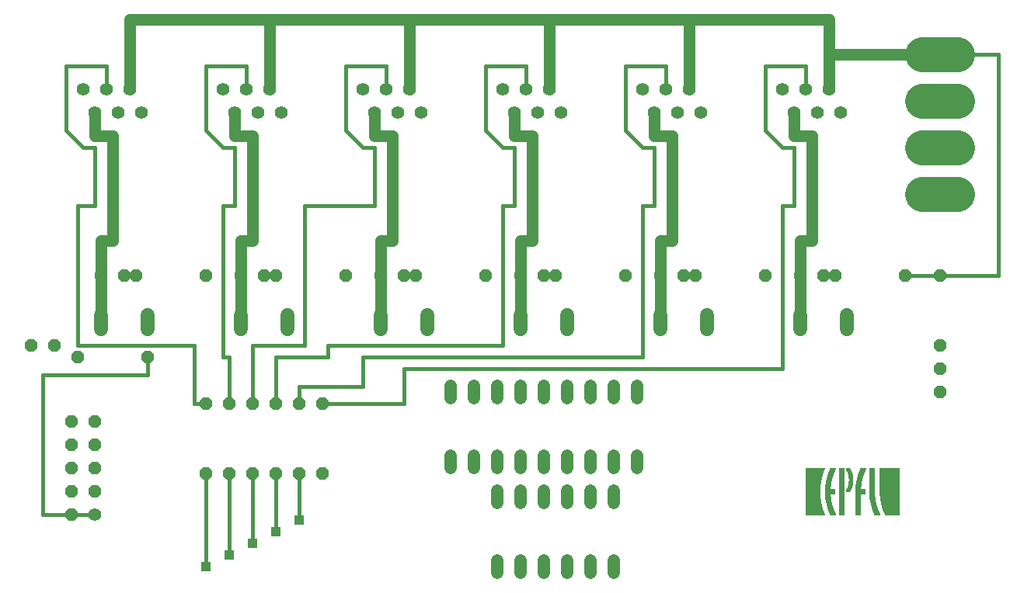
<source format=gtl>
G75*
G70*
%OFA0B0*%
%FSLAX24Y24*%
%IPPOS*%
%LPD*%
%AMOC8*
5,1,8,0,0,1.08239X$1,22.5*
%
%ADD10C,0.0010*%
%ADD11C,0.0554*%
%ADD12C,0.0560*%
%ADD13OC8,0.0560*%
%ADD14C,0.0520*%
%ADD15C,0.1500*%
%ADD16C,0.0600*%
%ADD17OC8,0.0520*%
%ADD18C,0.0160*%
%ADD19C,0.0500*%
%ADD20R,0.0396X0.0396*%
D10*
X035431Y003429D02*
X035431Y005429D01*
X036231Y005429D01*
X036145Y005193D01*
X036083Y004949D01*
X036045Y004701D01*
X036031Y004449D01*
X036031Y004409D01*
X036045Y004158D01*
X036083Y003909D01*
X036145Y003666D01*
X036231Y003429D01*
X035431Y003429D01*
X035431Y003436D02*
X036229Y003436D01*
X036225Y003445D02*
X035431Y003445D01*
X035431Y003453D02*
X036222Y003453D01*
X036219Y003462D02*
X035431Y003462D01*
X035431Y003470D02*
X036216Y003470D01*
X036213Y003479D02*
X035431Y003479D01*
X035431Y003487D02*
X036210Y003487D01*
X036207Y003496D02*
X035431Y003496D01*
X035431Y003505D02*
X036204Y003505D01*
X036201Y003513D02*
X035431Y003513D01*
X035431Y003522D02*
X036197Y003522D01*
X036194Y003530D02*
X035431Y003530D01*
X035431Y003539D02*
X036191Y003539D01*
X036188Y003547D02*
X035431Y003547D01*
X035431Y003556D02*
X036185Y003556D01*
X036182Y003564D02*
X035431Y003564D01*
X035431Y003573D02*
X036179Y003573D01*
X036176Y003581D02*
X035431Y003581D01*
X035431Y003590D02*
X036173Y003590D01*
X036169Y003599D02*
X035431Y003599D01*
X035431Y003607D02*
X036166Y003607D01*
X036163Y003616D02*
X035431Y003616D01*
X035431Y003624D02*
X036160Y003624D01*
X036157Y003633D02*
X035431Y003633D01*
X035431Y003641D02*
X036154Y003641D01*
X036151Y003650D02*
X035431Y003650D01*
X035431Y003658D02*
X036148Y003658D01*
X036145Y003667D02*
X035431Y003667D01*
X035431Y003675D02*
X036143Y003675D01*
X036140Y003684D02*
X035431Y003684D01*
X035431Y003692D02*
X036138Y003692D01*
X036136Y003701D02*
X035431Y003701D01*
X035431Y003710D02*
X036134Y003710D01*
X036132Y003718D02*
X035431Y003718D01*
X035431Y003727D02*
X036129Y003727D01*
X036127Y003735D02*
X035431Y003735D01*
X035431Y003744D02*
X036125Y003744D01*
X036123Y003752D02*
X035431Y003752D01*
X035431Y003761D02*
X036121Y003761D01*
X036119Y003769D02*
X035431Y003769D01*
X035431Y003778D02*
X036116Y003778D01*
X036114Y003786D02*
X035431Y003786D01*
X035431Y003795D02*
X036112Y003795D01*
X036110Y003804D02*
X035431Y003804D01*
X035431Y003812D02*
X036108Y003812D01*
X036105Y003821D02*
X035431Y003821D01*
X035431Y003829D02*
X036103Y003829D01*
X036101Y003838D02*
X035431Y003838D01*
X035431Y003846D02*
X036099Y003846D01*
X036097Y003855D02*
X035431Y003855D01*
X035431Y003863D02*
X036094Y003863D01*
X036092Y003872D02*
X035431Y003872D01*
X035431Y003880D02*
X036090Y003880D01*
X036088Y003889D02*
X035431Y003889D01*
X035431Y003898D02*
X036086Y003898D01*
X036084Y003906D02*
X035431Y003906D01*
X035431Y003915D02*
X036082Y003915D01*
X036081Y003923D02*
X035431Y003923D01*
X035431Y003932D02*
X036079Y003932D01*
X036078Y003940D02*
X035431Y003940D01*
X035431Y003949D02*
X036077Y003949D01*
X036075Y003957D02*
X035431Y003957D01*
X035431Y003966D02*
X036074Y003966D01*
X036073Y003974D02*
X035431Y003974D01*
X035431Y003983D02*
X036071Y003983D01*
X036070Y003991D02*
X035431Y003991D01*
X035431Y004000D02*
X036069Y004000D01*
X036067Y004009D02*
X035431Y004009D01*
X035431Y004017D02*
X036066Y004017D01*
X036065Y004026D02*
X035431Y004026D01*
X035431Y004034D02*
X036064Y004034D01*
X036062Y004043D02*
X035431Y004043D01*
X035431Y004051D02*
X036061Y004051D01*
X036060Y004060D02*
X035431Y004060D01*
X035431Y004068D02*
X036058Y004068D01*
X036057Y004077D02*
X035431Y004077D01*
X035431Y004085D02*
X036056Y004085D01*
X036054Y004094D02*
X035431Y004094D01*
X035431Y004103D02*
X036053Y004103D01*
X036052Y004111D02*
X035431Y004111D01*
X035431Y004120D02*
X036050Y004120D01*
X036049Y004128D02*
X035431Y004128D01*
X035431Y004137D02*
X036048Y004137D01*
X036047Y004145D02*
X035431Y004145D01*
X035431Y004154D02*
X036045Y004154D01*
X036044Y004162D02*
X035431Y004162D01*
X035431Y004171D02*
X036044Y004171D01*
X036043Y004179D02*
X035431Y004179D01*
X035431Y004188D02*
X036043Y004188D01*
X036042Y004197D02*
X035431Y004197D01*
X035431Y004205D02*
X036042Y004205D01*
X036042Y004214D02*
X035431Y004214D01*
X035431Y004222D02*
X036041Y004222D01*
X036041Y004231D02*
X035431Y004231D01*
X035431Y004239D02*
X036040Y004239D01*
X036040Y004248D02*
X035431Y004248D01*
X035431Y004256D02*
X036039Y004256D01*
X036039Y004265D02*
X035431Y004265D01*
X035431Y004273D02*
X036038Y004273D01*
X036038Y004282D02*
X035431Y004282D01*
X035431Y004291D02*
X036037Y004291D01*
X036037Y004299D02*
X035431Y004299D01*
X035431Y004308D02*
X036036Y004308D01*
X036036Y004316D02*
X035431Y004316D01*
X035431Y004325D02*
X036036Y004325D01*
X036035Y004333D02*
X035431Y004333D01*
X035431Y004342D02*
X036035Y004342D01*
X036034Y004350D02*
X035431Y004350D01*
X035431Y004359D02*
X036034Y004359D01*
X036033Y004367D02*
X035431Y004367D01*
X035431Y004376D02*
X036033Y004376D01*
X036032Y004384D02*
X035431Y004384D01*
X035431Y004393D02*
X036032Y004393D01*
X036031Y004402D02*
X035431Y004402D01*
X035431Y004410D02*
X036031Y004410D01*
X036031Y004419D02*
X035431Y004419D01*
X035431Y004427D02*
X036031Y004427D01*
X036031Y004436D02*
X035431Y004436D01*
X035431Y004444D02*
X036031Y004444D01*
X036031Y004453D02*
X035431Y004453D01*
X035431Y004461D02*
X036032Y004461D01*
X036032Y004470D02*
X035431Y004470D01*
X035431Y004478D02*
X036033Y004478D01*
X036033Y004487D02*
X035431Y004487D01*
X035431Y004496D02*
X036034Y004496D01*
X036034Y004504D02*
X035431Y004504D01*
X035431Y004513D02*
X036034Y004513D01*
X036035Y004521D02*
X035431Y004521D01*
X035431Y004530D02*
X036035Y004530D01*
X036036Y004538D02*
X035431Y004538D01*
X035431Y004547D02*
X036036Y004547D01*
X036037Y004555D02*
X035431Y004555D01*
X035431Y004564D02*
X036037Y004564D01*
X036038Y004572D02*
X035431Y004572D01*
X035431Y004581D02*
X036038Y004581D01*
X036039Y004590D02*
X035431Y004590D01*
X035431Y004598D02*
X036039Y004598D01*
X036040Y004607D02*
X035431Y004607D01*
X035431Y004615D02*
X036040Y004615D01*
X036040Y004624D02*
X035431Y004624D01*
X035431Y004632D02*
X036041Y004632D01*
X036041Y004641D02*
X035431Y004641D01*
X035431Y004649D02*
X036042Y004649D01*
X036042Y004658D02*
X035431Y004658D01*
X035431Y004666D02*
X036043Y004666D01*
X036043Y004675D02*
X035431Y004675D01*
X035431Y004684D02*
X036044Y004684D01*
X036044Y004692D02*
X035431Y004692D01*
X035431Y004701D02*
X036045Y004701D01*
X036046Y004709D02*
X035431Y004709D01*
X035431Y004718D02*
X036047Y004718D01*
X036049Y004726D02*
X035431Y004726D01*
X035431Y004735D02*
X036050Y004735D01*
X036051Y004743D02*
X035431Y004743D01*
X035431Y004752D02*
X036052Y004752D01*
X036054Y004760D02*
X035431Y004760D01*
X035431Y004769D02*
X036055Y004769D01*
X036056Y004777D02*
X035431Y004777D01*
X035431Y004786D02*
X036058Y004786D01*
X036059Y004795D02*
X035431Y004795D01*
X035431Y004803D02*
X036060Y004803D01*
X036062Y004812D02*
X035431Y004812D01*
X035431Y004820D02*
X036063Y004820D01*
X036064Y004829D02*
X035431Y004829D01*
X035431Y004837D02*
X036066Y004837D01*
X036067Y004846D02*
X035431Y004846D01*
X035431Y004854D02*
X036068Y004854D01*
X036069Y004863D02*
X035431Y004863D01*
X035431Y004871D02*
X036071Y004871D01*
X036072Y004880D02*
X035431Y004880D01*
X035431Y004889D02*
X036073Y004889D01*
X036075Y004897D02*
X035431Y004897D01*
X035431Y004906D02*
X036076Y004906D01*
X036077Y004914D02*
X035431Y004914D01*
X035431Y004923D02*
X036079Y004923D01*
X036080Y004931D02*
X035431Y004931D01*
X035431Y004940D02*
X036081Y004940D01*
X036083Y004948D02*
X035431Y004948D01*
X035431Y004957D02*
X036085Y004957D01*
X036087Y004965D02*
X035431Y004965D01*
X035431Y004974D02*
X036089Y004974D01*
X036091Y004983D02*
X035431Y004983D01*
X035431Y004991D02*
X036093Y004991D01*
X036096Y005000D02*
X035431Y005000D01*
X035431Y005008D02*
X036098Y005008D01*
X036100Y005017D02*
X035431Y005017D01*
X035431Y005025D02*
X036102Y005025D01*
X036104Y005034D02*
X035431Y005034D01*
X035431Y005042D02*
X036106Y005042D01*
X036109Y005051D02*
X035431Y005051D01*
X035431Y005059D02*
X036111Y005059D01*
X036113Y005068D02*
X035431Y005068D01*
X035431Y005076D02*
X036115Y005076D01*
X036117Y005085D02*
X035431Y005085D01*
X035431Y005094D02*
X036120Y005094D01*
X036122Y005102D02*
X035431Y005102D01*
X035431Y005111D02*
X036124Y005111D01*
X036126Y005119D02*
X035431Y005119D01*
X035431Y005128D02*
X036128Y005128D01*
X036131Y005136D02*
X035431Y005136D01*
X035431Y005145D02*
X036133Y005145D01*
X036135Y005153D02*
X035431Y005153D01*
X035431Y005162D02*
X036137Y005162D01*
X036139Y005170D02*
X035431Y005170D01*
X035431Y005179D02*
X036141Y005179D01*
X036144Y005188D02*
X035431Y005188D01*
X035431Y005196D02*
X036146Y005196D01*
X036149Y005205D02*
X035431Y005205D01*
X035431Y005213D02*
X036152Y005213D01*
X036156Y005222D02*
X035431Y005222D01*
X035431Y005230D02*
X036159Y005230D01*
X036162Y005239D02*
X035431Y005239D01*
X035431Y005247D02*
X036165Y005247D01*
X036168Y005256D02*
X035431Y005256D01*
X035431Y005264D02*
X036171Y005264D01*
X036174Y005273D02*
X035431Y005273D01*
X035431Y005282D02*
X036177Y005282D01*
X036180Y005290D02*
X035431Y005290D01*
X035431Y005299D02*
X036183Y005299D01*
X036187Y005307D02*
X035431Y005307D01*
X035431Y005316D02*
X036190Y005316D01*
X036193Y005324D02*
X035431Y005324D01*
X035431Y005333D02*
X036196Y005333D01*
X036199Y005341D02*
X035431Y005341D01*
X035431Y005350D02*
X036202Y005350D01*
X036205Y005358D02*
X035431Y005358D01*
X035431Y005367D02*
X036208Y005367D01*
X036211Y005376D02*
X035431Y005376D01*
X035431Y005384D02*
X036215Y005384D01*
X036218Y005393D02*
X035431Y005393D01*
X035431Y005401D02*
X036221Y005401D01*
X036224Y005410D02*
X035431Y005410D01*
X035431Y005418D02*
X036227Y005418D01*
X036230Y005427D02*
X035431Y005427D01*
X036388Y005162D02*
X036598Y005162D01*
X036601Y005170D02*
X036390Y005170D01*
X036392Y005179D02*
X036604Y005179D01*
X036606Y005188D02*
X036395Y005188D01*
X036396Y005190D02*
X036491Y005429D01*
X036711Y005429D01*
X036615Y005215D01*
X036543Y004992D01*
X036495Y004763D01*
X036471Y004529D01*
X036671Y004529D01*
X036671Y004329D01*
X036471Y004329D01*
X036495Y004096D01*
X036543Y003867D01*
X036615Y003644D01*
X036711Y003429D01*
X036491Y003429D01*
X036397Y003664D01*
X036329Y003908D01*
X036287Y004157D01*
X036271Y004409D01*
X036271Y004429D01*
X036285Y004687D01*
X036327Y004941D01*
X036396Y005190D01*
X036398Y005196D02*
X036609Y005196D01*
X036612Y005205D02*
X036401Y005205D01*
X036405Y005213D02*
X036615Y005213D01*
X036618Y005222D02*
X036408Y005222D01*
X036412Y005230D02*
X036622Y005230D01*
X036626Y005239D02*
X036415Y005239D01*
X036418Y005247D02*
X036630Y005247D01*
X036633Y005256D02*
X036422Y005256D01*
X036425Y005264D02*
X036637Y005264D01*
X036641Y005273D02*
X036429Y005273D01*
X036432Y005282D02*
X036645Y005282D01*
X036649Y005290D02*
X036435Y005290D01*
X036439Y005299D02*
X036653Y005299D01*
X036656Y005307D02*
X036442Y005307D01*
X036446Y005316D02*
X036660Y005316D01*
X036664Y005324D02*
X036449Y005324D01*
X036452Y005333D02*
X036668Y005333D01*
X036672Y005341D02*
X036456Y005341D01*
X036459Y005350D02*
X036675Y005350D01*
X036679Y005358D02*
X036463Y005358D01*
X036466Y005367D02*
X036683Y005367D01*
X036687Y005376D02*
X036469Y005376D01*
X036473Y005384D02*
X036691Y005384D01*
X036695Y005393D02*
X036476Y005393D01*
X036480Y005401D02*
X036698Y005401D01*
X036702Y005410D02*
X036483Y005410D01*
X036486Y005418D02*
X036706Y005418D01*
X036710Y005427D02*
X036490Y005427D01*
X036385Y005153D02*
X036595Y005153D01*
X036592Y005145D02*
X036383Y005145D01*
X036381Y005136D02*
X036590Y005136D01*
X036587Y005128D02*
X036378Y005128D01*
X036376Y005119D02*
X036584Y005119D01*
X036581Y005111D02*
X036374Y005111D01*
X036371Y005102D02*
X036579Y005102D01*
X036576Y005094D02*
X036369Y005094D01*
X036366Y005085D02*
X036573Y005085D01*
X036570Y005076D02*
X036364Y005076D01*
X036362Y005068D02*
X036567Y005068D01*
X036565Y005059D02*
X036359Y005059D01*
X036357Y005051D02*
X036562Y005051D01*
X036559Y005042D02*
X036355Y005042D01*
X036352Y005034D02*
X036556Y005034D01*
X036554Y005025D02*
X036350Y005025D01*
X036347Y005017D02*
X036551Y005017D01*
X036548Y005008D02*
X036345Y005008D01*
X036343Y005000D02*
X036545Y005000D01*
X036543Y004991D02*
X036340Y004991D01*
X036338Y004983D02*
X036541Y004983D01*
X036539Y004974D02*
X036336Y004974D01*
X036333Y004965D02*
X036537Y004965D01*
X036536Y004957D02*
X036331Y004957D01*
X036329Y004948D02*
X036534Y004948D01*
X036532Y004940D02*
X036326Y004940D01*
X036325Y004931D02*
X036530Y004931D01*
X036528Y004923D02*
X036324Y004923D01*
X036322Y004914D02*
X036527Y004914D01*
X036525Y004906D02*
X036321Y004906D01*
X036319Y004897D02*
X036523Y004897D01*
X036521Y004889D02*
X036318Y004889D01*
X036317Y004880D02*
X036519Y004880D01*
X036518Y004871D02*
X036315Y004871D01*
X036314Y004863D02*
X036516Y004863D01*
X036514Y004854D02*
X036312Y004854D01*
X036311Y004846D02*
X036512Y004846D01*
X036510Y004837D02*
X036310Y004837D01*
X036308Y004829D02*
X036509Y004829D01*
X036507Y004820D02*
X036307Y004820D01*
X036305Y004812D02*
X036505Y004812D01*
X036503Y004803D02*
X036304Y004803D01*
X036303Y004795D02*
X036501Y004795D01*
X036500Y004786D02*
X036301Y004786D01*
X036300Y004777D02*
X036498Y004777D01*
X036496Y004769D02*
X036298Y004769D01*
X036297Y004760D02*
X036494Y004760D01*
X036494Y004752D02*
X036296Y004752D01*
X036294Y004743D02*
X036493Y004743D01*
X036492Y004735D02*
X036293Y004735D01*
X036291Y004726D02*
X036491Y004726D01*
X036490Y004718D02*
X036290Y004718D01*
X036289Y004709D02*
X036489Y004709D01*
X036488Y004701D02*
X036287Y004701D01*
X036286Y004692D02*
X036488Y004692D01*
X036487Y004684D02*
X036285Y004684D01*
X036284Y004675D02*
X036486Y004675D01*
X036485Y004666D02*
X036284Y004666D01*
X036283Y004658D02*
X036484Y004658D01*
X036483Y004649D02*
X036283Y004649D01*
X036283Y004641D02*
X036482Y004641D01*
X036482Y004632D02*
X036282Y004632D01*
X036282Y004624D02*
X036481Y004624D01*
X036480Y004615D02*
X036281Y004615D01*
X036281Y004607D02*
X036479Y004607D01*
X036478Y004598D02*
X036280Y004598D01*
X036280Y004590D02*
X036477Y004590D01*
X036476Y004581D02*
X036279Y004581D01*
X036279Y004572D02*
X036476Y004572D01*
X036475Y004564D02*
X036278Y004564D01*
X036278Y004555D02*
X036474Y004555D01*
X036473Y004547D02*
X036277Y004547D01*
X036277Y004538D02*
X036472Y004538D01*
X036471Y004530D02*
X036277Y004530D01*
X036276Y004521D02*
X036671Y004521D01*
X036671Y004513D02*
X036276Y004513D01*
X036275Y004504D02*
X036671Y004504D01*
X036671Y004496D02*
X036275Y004496D01*
X036274Y004487D02*
X036671Y004487D01*
X036671Y004478D02*
X036274Y004478D01*
X036273Y004470D02*
X036671Y004470D01*
X036671Y004461D02*
X036273Y004461D01*
X036272Y004453D02*
X036671Y004453D01*
X036671Y004444D02*
X036272Y004444D01*
X036271Y004436D02*
X036671Y004436D01*
X036671Y004427D02*
X036271Y004427D01*
X036271Y004419D02*
X036671Y004419D01*
X036671Y004410D02*
X036271Y004410D01*
X036272Y004402D02*
X036671Y004402D01*
X036671Y004393D02*
X036272Y004393D01*
X036273Y004384D02*
X036671Y004384D01*
X036671Y004376D02*
X036273Y004376D01*
X036274Y004367D02*
X036671Y004367D01*
X036671Y004359D02*
X036274Y004359D01*
X036275Y004350D02*
X036671Y004350D01*
X036671Y004342D02*
X036275Y004342D01*
X036276Y004333D02*
X036671Y004333D01*
X036472Y004316D02*
X036277Y004316D01*
X036278Y004308D02*
X036473Y004308D01*
X036474Y004299D02*
X036278Y004299D01*
X036279Y004291D02*
X036475Y004291D01*
X036476Y004282D02*
X036279Y004282D01*
X036280Y004273D02*
X036477Y004273D01*
X036478Y004265D02*
X036280Y004265D01*
X036281Y004256D02*
X036479Y004256D01*
X036479Y004248D02*
X036281Y004248D01*
X036282Y004239D02*
X036480Y004239D01*
X036481Y004231D02*
X036282Y004231D01*
X036283Y004222D02*
X036482Y004222D01*
X036483Y004214D02*
X036283Y004214D01*
X036284Y004205D02*
X036484Y004205D01*
X036485Y004197D02*
X036285Y004197D01*
X036285Y004188D02*
X036485Y004188D01*
X036486Y004179D02*
X036286Y004179D01*
X036286Y004171D02*
X036487Y004171D01*
X036488Y004162D02*
X036287Y004162D01*
X036288Y004154D02*
X036489Y004154D01*
X036490Y004145D02*
X036289Y004145D01*
X036290Y004137D02*
X036491Y004137D01*
X036491Y004128D02*
X036292Y004128D01*
X036293Y004120D02*
X036492Y004120D01*
X036493Y004111D02*
X036295Y004111D01*
X036296Y004103D02*
X036494Y004103D01*
X036495Y004094D02*
X036298Y004094D01*
X036299Y004085D02*
X036497Y004085D01*
X036499Y004077D02*
X036301Y004077D01*
X036302Y004068D02*
X036500Y004068D01*
X036502Y004060D02*
X036303Y004060D01*
X036305Y004051D02*
X036504Y004051D01*
X036506Y004043D02*
X036306Y004043D01*
X036308Y004034D02*
X036508Y004034D01*
X036509Y004026D02*
X036309Y004026D01*
X036311Y004017D02*
X036511Y004017D01*
X036513Y004009D02*
X036312Y004009D01*
X036314Y004000D02*
X036515Y004000D01*
X036517Y003991D02*
X036315Y003991D01*
X036316Y003983D02*
X036518Y003983D01*
X036520Y003974D02*
X036318Y003974D01*
X036319Y003966D02*
X036522Y003966D01*
X036524Y003957D02*
X036321Y003957D01*
X036322Y003949D02*
X036526Y003949D01*
X036527Y003940D02*
X036324Y003940D01*
X036325Y003932D02*
X036529Y003932D01*
X036531Y003923D02*
X036327Y003923D01*
X036328Y003915D02*
X036533Y003915D01*
X036535Y003906D02*
X036330Y003906D01*
X036332Y003898D02*
X036536Y003898D01*
X036538Y003889D02*
X036334Y003889D01*
X036337Y003880D02*
X036540Y003880D01*
X036542Y003872D02*
X036339Y003872D01*
X036342Y003863D02*
X036544Y003863D01*
X036547Y003855D02*
X036344Y003855D01*
X036346Y003846D02*
X036549Y003846D01*
X036552Y003838D02*
X036349Y003838D01*
X036351Y003829D02*
X036555Y003829D01*
X036558Y003821D02*
X036354Y003821D01*
X036356Y003812D02*
X036561Y003812D01*
X036563Y003804D02*
X036358Y003804D01*
X036361Y003795D02*
X036566Y003795D01*
X036569Y003786D02*
X036363Y003786D01*
X036366Y003778D02*
X036572Y003778D01*
X036574Y003769D02*
X036368Y003769D01*
X036370Y003761D02*
X036577Y003761D01*
X036580Y003752D02*
X036373Y003752D01*
X036375Y003744D02*
X036583Y003744D01*
X036586Y003735D02*
X036378Y003735D01*
X036380Y003727D02*
X036588Y003727D01*
X036591Y003718D02*
X036382Y003718D01*
X036385Y003710D02*
X036594Y003710D01*
X036597Y003701D02*
X036387Y003701D01*
X036390Y003692D02*
X036599Y003692D01*
X036602Y003684D02*
X036392Y003684D01*
X036394Y003675D02*
X036605Y003675D01*
X036608Y003667D02*
X036397Y003667D01*
X036400Y003658D02*
X036610Y003658D01*
X036613Y003650D02*
X036403Y003650D01*
X036407Y003641D02*
X036616Y003641D01*
X036620Y003633D02*
X036410Y003633D01*
X036413Y003624D02*
X036624Y003624D01*
X036628Y003616D02*
X036417Y003616D01*
X036420Y003607D02*
X036632Y003607D01*
X036635Y003599D02*
X036424Y003599D01*
X036427Y003590D02*
X036639Y003590D01*
X036643Y003581D02*
X036430Y003581D01*
X036434Y003573D02*
X036647Y003573D01*
X036651Y003564D02*
X036437Y003564D01*
X036441Y003556D02*
X036654Y003556D01*
X036658Y003547D02*
X036444Y003547D01*
X036447Y003539D02*
X036662Y003539D01*
X036666Y003530D02*
X036451Y003530D01*
X036454Y003522D02*
X036670Y003522D01*
X036674Y003513D02*
X036458Y003513D01*
X036461Y003505D02*
X036677Y003505D01*
X036681Y003496D02*
X036464Y003496D01*
X036468Y003487D02*
X036685Y003487D01*
X036689Y003479D02*
X036471Y003479D01*
X036475Y003470D02*
X036693Y003470D01*
X036696Y003462D02*
X036478Y003462D01*
X036481Y003453D02*
X036700Y003453D01*
X036704Y003445D02*
X036485Y003445D01*
X036488Y003436D02*
X036708Y003436D01*
X036871Y003436D02*
X037071Y003436D01*
X037071Y003429D02*
X037071Y005429D01*
X036871Y005429D01*
X036871Y003429D01*
X037071Y003429D01*
X037071Y003445D02*
X036871Y003445D01*
X036871Y003453D02*
X037071Y003453D01*
X037071Y003462D02*
X036871Y003462D01*
X036871Y003470D02*
X037071Y003470D01*
X037071Y003479D02*
X036871Y003479D01*
X036871Y003487D02*
X037071Y003487D01*
X037071Y003496D02*
X036871Y003496D01*
X036871Y003505D02*
X037071Y003505D01*
X037071Y003513D02*
X036871Y003513D01*
X036871Y003522D02*
X037071Y003522D01*
X037071Y003530D02*
X036871Y003530D01*
X036871Y003539D02*
X037071Y003539D01*
X037071Y003547D02*
X036871Y003547D01*
X036871Y003556D02*
X037071Y003556D01*
X037071Y003564D02*
X036871Y003564D01*
X036871Y003573D02*
X037071Y003573D01*
X037071Y003581D02*
X036871Y003581D01*
X036871Y003590D02*
X037071Y003590D01*
X037071Y003599D02*
X036871Y003599D01*
X036871Y003607D02*
X037071Y003607D01*
X037071Y003616D02*
X036871Y003616D01*
X036871Y003624D02*
X037071Y003624D01*
X037071Y003633D02*
X036871Y003633D01*
X036871Y003641D02*
X037071Y003641D01*
X037071Y003650D02*
X036871Y003650D01*
X036871Y003658D02*
X037071Y003658D01*
X037071Y003667D02*
X036871Y003667D01*
X036871Y003675D02*
X037071Y003675D01*
X037071Y003684D02*
X036871Y003684D01*
X036871Y003692D02*
X037071Y003692D01*
X037071Y003701D02*
X036871Y003701D01*
X036871Y003710D02*
X037071Y003710D01*
X037071Y003718D02*
X036871Y003718D01*
X036871Y003727D02*
X037071Y003727D01*
X037071Y003735D02*
X036871Y003735D01*
X036871Y003744D02*
X037071Y003744D01*
X037071Y003752D02*
X036871Y003752D01*
X036871Y003761D02*
X037071Y003761D01*
X037071Y003769D02*
X036871Y003769D01*
X036871Y003778D02*
X037071Y003778D01*
X037071Y003786D02*
X036871Y003786D01*
X036871Y003795D02*
X037071Y003795D01*
X037071Y003804D02*
X036871Y003804D01*
X036871Y003812D02*
X037071Y003812D01*
X037071Y003821D02*
X036871Y003821D01*
X036871Y003829D02*
X037071Y003829D01*
X037071Y003838D02*
X036871Y003838D01*
X036871Y003846D02*
X037071Y003846D01*
X037071Y003855D02*
X036871Y003855D01*
X036871Y003863D02*
X037071Y003863D01*
X037071Y003872D02*
X036871Y003872D01*
X036871Y003880D02*
X037071Y003880D01*
X037071Y003889D02*
X036871Y003889D01*
X036871Y003898D02*
X037071Y003898D01*
X037071Y003906D02*
X036871Y003906D01*
X036871Y003915D02*
X037071Y003915D01*
X037071Y003923D02*
X036871Y003923D01*
X036871Y003932D02*
X037071Y003932D01*
X037071Y003940D02*
X036871Y003940D01*
X036871Y003949D02*
X037071Y003949D01*
X037071Y003957D02*
X036871Y003957D01*
X036871Y003966D02*
X037071Y003966D01*
X037071Y003974D02*
X036871Y003974D01*
X036871Y003983D02*
X037071Y003983D01*
X037071Y003991D02*
X036871Y003991D01*
X036871Y004000D02*
X037071Y004000D01*
X037071Y004009D02*
X036871Y004009D01*
X036871Y004017D02*
X037071Y004017D01*
X037071Y004026D02*
X036871Y004026D01*
X036871Y004034D02*
X037071Y004034D01*
X037071Y004043D02*
X036871Y004043D01*
X036871Y004051D02*
X037071Y004051D01*
X037071Y004060D02*
X036871Y004060D01*
X036871Y004068D02*
X037071Y004068D01*
X037071Y004077D02*
X036871Y004077D01*
X036871Y004085D02*
X037071Y004085D01*
X037071Y004094D02*
X036871Y004094D01*
X036871Y004103D02*
X037071Y004103D01*
X037071Y004111D02*
X036871Y004111D01*
X036871Y004120D02*
X037071Y004120D01*
X037071Y004128D02*
X036871Y004128D01*
X036871Y004137D02*
X037071Y004137D01*
X037071Y004145D02*
X036871Y004145D01*
X036871Y004154D02*
X037071Y004154D01*
X037071Y004162D02*
X036871Y004162D01*
X036871Y004171D02*
X037071Y004171D01*
X037071Y004179D02*
X036871Y004179D01*
X036871Y004188D02*
X037071Y004188D01*
X037071Y004197D02*
X036871Y004197D01*
X036871Y004205D02*
X037071Y004205D01*
X037071Y004214D02*
X036871Y004214D01*
X036871Y004222D02*
X037071Y004222D01*
X037071Y004231D02*
X036871Y004231D01*
X036871Y004239D02*
X037071Y004239D01*
X037071Y004248D02*
X036871Y004248D01*
X036871Y004256D02*
X037071Y004256D01*
X037071Y004265D02*
X036871Y004265D01*
X036871Y004273D02*
X037071Y004273D01*
X037071Y004282D02*
X036871Y004282D01*
X036871Y004291D02*
X037071Y004291D01*
X037071Y004299D02*
X036871Y004299D01*
X036871Y004308D02*
X037071Y004308D01*
X037071Y004316D02*
X036871Y004316D01*
X036871Y004325D02*
X037071Y004325D01*
X037071Y004333D02*
X036871Y004333D01*
X036871Y004342D02*
X037071Y004342D01*
X037071Y004350D02*
X036871Y004350D01*
X036871Y004359D02*
X037071Y004359D01*
X037071Y004367D02*
X036871Y004367D01*
X036871Y004376D02*
X037071Y004376D01*
X037071Y004384D02*
X036871Y004384D01*
X036871Y004393D02*
X037071Y004393D01*
X037071Y004402D02*
X036871Y004402D01*
X036871Y004410D02*
X037071Y004410D01*
X037071Y004419D02*
X036871Y004419D01*
X036871Y004427D02*
X037071Y004427D01*
X037071Y004436D02*
X036871Y004436D01*
X036871Y004444D02*
X037071Y004444D01*
X037071Y004453D02*
X036871Y004453D01*
X036871Y004461D02*
X037071Y004461D01*
X037071Y004470D02*
X036871Y004470D01*
X036871Y004478D02*
X037071Y004478D01*
X037071Y004487D02*
X036871Y004487D01*
X036871Y004496D02*
X037071Y004496D01*
X037071Y004504D02*
X036871Y004504D01*
X036871Y004513D02*
X037071Y004513D01*
X037071Y004521D02*
X036871Y004521D01*
X036871Y004530D02*
X037071Y004530D01*
X037071Y004538D02*
X036871Y004538D01*
X036871Y004547D02*
X037071Y004547D01*
X037071Y004555D02*
X036871Y004555D01*
X036871Y004564D02*
X037071Y004564D01*
X037071Y004572D02*
X036871Y004572D01*
X036871Y004581D02*
X037071Y004581D01*
X037071Y004590D02*
X036871Y004590D01*
X036871Y004598D02*
X037071Y004598D01*
X037071Y004607D02*
X036871Y004607D01*
X036871Y004615D02*
X037071Y004615D01*
X037071Y004624D02*
X036871Y004624D01*
X036871Y004632D02*
X037071Y004632D01*
X037071Y004641D02*
X036871Y004641D01*
X036871Y004649D02*
X037071Y004649D01*
X037071Y004658D02*
X036871Y004658D01*
X036871Y004666D02*
X037071Y004666D01*
X037071Y004675D02*
X036871Y004675D01*
X036871Y004684D02*
X037071Y004684D01*
X037071Y004692D02*
X036871Y004692D01*
X036871Y004701D02*
X037071Y004701D01*
X037071Y004709D02*
X036871Y004709D01*
X036871Y004718D02*
X037071Y004718D01*
X037071Y004726D02*
X036871Y004726D01*
X036871Y004735D02*
X037071Y004735D01*
X037071Y004743D02*
X036871Y004743D01*
X036871Y004752D02*
X037071Y004752D01*
X037071Y004760D02*
X036871Y004760D01*
X036871Y004769D02*
X037071Y004769D01*
X037071Y004777D02*
X036871Y004777D01*
X036871Y004786D02*
X037071Y004786D01*
X037071Y004795D02*
X036871Y004795D01*
X036871Y004803D02*
X037071Y004803D01*
X037071Y004812D02*
X036871Y004812D01*
X036871Y004820D02*
X037071Y004820D01*
X037071Y004829D02*
X036871Y004829D01*
X036871Y004837D02*
X037071Y004837D01*
X037071Y004846D02*
X036871Y004846D01*
X036871Y004854D02*
X037071Y004854D01*
X037071Y004863D02*
X036871Y004863D01*
X036871Y004871D02*
X037071Y004871D01*
X037071Y004880D02*
X036871Y004880D01*
X036871Y004889D02*
X037071Y004889D01*
X037071Y004897D02*
X036871Y004897D01*
X036871Y004906D02*
X037071Y004906D01*
X037071Y004914D02*
X036871Y004914D01*
X036871Y004923D02*
X037071Y004923D01*
X037071Y004931D02*
X036871Y004931D01*
X036871Y004940D02*
X037071Y004940D01*
X037071Y004948D02*
X036871Y004948D01*
X036871Y004957D02*
X037071Y004957D01*
X037071Y004965D02*
X036871Y004965D01*
X036871Y004974D02*
X037071Y004974D01*
X037071Y004983D02*
X036871Y004983D01*
X036871Y004991D02*
X037071Y004991D01*
X037071Y005000D02*
X036871Y005000D01*
X036871Y005008D02*
X037071Y005008D01*
X037071Y005017D02*
X036871Y005017D01*
X036871Y005025D02*
X037071Y005025D01*
X037071Y005034D02*
X036871Y005034D01*
X036871Y005042D02*
X037071Y005042D01*
X037071Y005051D02*
X036871Y005051D01*
X036871Y005059D02*
X037071Y005059D01*
X037071Y005068D02*
X036871Y005068D01*
X036871Y005076D02*
X037071Y005076D01*
X037071Y005085D02*
X036871Y005085D01*
X036871Y005094D02*
X037071Y005094D01*
X037071Y005102D02*
X036871Y005102D01*
X036871Y005111D02*
X037071Y005111D01*
X037071Y005119D02*
X036871Y005119D01*
X036871Y005128D02*
X037071Y005128D01*
X037071Y005136D02*
X036871Y005136D01*
X036871Y005145D02*
X037071Y005145D01*
X037071Y005153D02*
X036871Y005153D01*
X036871Y005162D02*
X037071Y005162D01*
X037071Y005170D02*
X036871Y005170D01*
X036871Y005179D02*
X037071Y005179D01*
X037071Y005188D02*
X036871Y005188D01*
X036871Y005196D02*
X037071Y005196D01*
X037071Y005205D02*
X036871Y005205D01*
X036871Y005213D02*
X037071Y005213D01*
X037071Y005222D02*
X036871Y005222D01*
X036871Y005230D02*
X037071Y005230D01*
X037071Y005239D02*
X036871Y005239D01*
X036871Y005247D02*
X037071Y005247D01*
X037071Y005256D02*
X036871Y005256D01*
X036871Y005264D02*
X037071Y005264D01*
X037071Y005273D02*
X036871Y005273D01*
X036871Y005282D02*
X037071Y005282D01*
X037071Y005290D02*
X036871Y005290D01*
X036871Y005299D02*
X037071Y005299D01*
X037071Y005307D02*
X036871Y005307D01*
X036871Y005316D02*
X037071Y005316D01*
X037071Y005324D02*
X036871Y005324D01*
X036871Y005333D02*
X037071Y005333D01*
X037071Y005341D02*
X036871Y005341D01*
X036871Y005350D02*
X037071Y005350D01*
X037071Y005358D02*
X036871Y005358D01*
X036871Y005367D02*
X037071Y005367D01*
X037071Y005376D02*
X036871Y005376D01*
X036871Y005384D02*
X037071Y005384D01*
X037071Y005393D02*
X036871Y005393D01*
X036871Y005401D02*
X037071Y005401D01*
X037071Y005410D02*
X036871Y005410D01*
X036871Y005418D02*
X037071Y005418D01*
X037071Y005427D02*
X036871Y005427D01*
X037171Y005429D02*
X037171Y005370D01*
X037222Y005271D01*
X037259Y005167D01*
X037282Y005060D01*
X037291Y004949D01*
X037291Y004909D01*
X037283Y004802D01*
X037262Y004697D01*
X037228Y004596D01*
X037181Y004499D01*
X037181Y004429D01*
X037311Y004429D01*
X037370Y004546D01*
X037414Y004670D01*
X037441Y004799D01*
X037451Y004929D01*
X037441Y005060D01*
X037414Y005189D01*
X037370Y005312D01*
X037311Y005429D01*
X037171Y005429D01*
X037171Y005427D02*
X037312Y005427D01*
X037317Y005418D02*
X037171Y005418D01*
X037171Y005410D02*
X037321Y005410D01*
X037325Y005401D02*
X037171Y005401D01*
X037171Y005393D02*
X037330Y005393D01*
X037334Y005384D02*
X037171Y005384D01*
X037171Y005376D02*
X037338Y005376D01*
X037343Y005367D02*
X037173Y005367D01*
X037177Y005358D02*
X037347Y005358D01*
X037351Y005350D02*
X037181Y005350D01*
X037186Y005341D02*
X037356Y005341D01*
X037360Y005333D02*
X037190Y005333D01*
X037194Y005324D02*
X037364Y005324D01*
X037369Y005316D02*
X037199Y005316D01*
X037203Y005307D02*
X037372Y005307D01*
X037375Y005299D02*
X037208Y005299D01*
X037212Y005290D02*
X037378Y005290D01*
X037381Y005282D02*
X037216Y005282D01*
X037221Y005273D02*
X037384Y005273D01*
X037387Y005264D02*
X037224Y005264D01*
X037227Y005256D02*
X037390Y005256D01*
X037393Y005247D02*
X037230Y005247D01*
X037233Y005239D02*
X037396Y005239D01*
X037399Y005230D02*
X037236Y005230D01*
X037239Y005222D02*
X037402Y005222D01*
X037405Y005213D02*
X037242Y005213D01*
X037246Y005205D02*
X037408Y005205D01*
X037411Y005196D02*
X037249Y005196D01*
X037252Y005188D02*
X037414Y005188D01*
X037416Y005179D02*
X037255Y005179D01*
X037258Y005170D02*
X037418Y005170D01*
X037420Y005162D02*
X037260Y005162D01*
X037262Y005153D02*
X037421Y005153D01*
X037423Y005145D02*
X037264Y005145D01*
X037266Y005136D02*
X037425Y005136D01*
X037427Y005128D02*
X037267Y005128D01*
X037269Y005119D02*
X037429Y005119D01*
X037430Y005111D02*
X037271Y005111D01*
X037273Y005102D02*
X037432Y005102D01*
X037434Y005094D02*
X037275Y005094D01*
X037277Y005085D02*
X037436Y005085D01*
X037438Y005076D02*
X037278Y005076D01*
X037280Y005068D02*
X037439Y005068D01*
X037441Y005059D02*
X037282Y005059D01*
X037283Y005051D02*
X037442Y005051D01*
X037442Y005042D02*
X037283Y005042D01*
X037284Y005034D02*
X037443Y005034D01*
X037444Y005025D02*
X037285Y005025D01*
X037285Y005017D02*
X037444Y005017D01*
X037445Y005008D02*
X037286Y005008D01*
X037287Y005000D02*
X037446Y005000D01*
X037446Y004991D02*
X037288Y004991D01*
X037288Y004983D02*
X037447Y004983D01*
X037448Y004974D02*
X037289Y004974D01*
X037290Y004965D02*
X037448Y004965D01*
X037449Y004957D02*
X037290Y004957D01*
X037291Y004948D02*
X037450Y004948D01*
X037450Y004940D02*
X037291Y004940D01*
X037291Y004931D02*
X037451Y004931D01*
X037451Y004923D02*
X037291Y004923D01*
X037291Y004914D02*
X037450Y004914D01*
X037449Y004906D02*
X037291Y004906D01*
X037290Y004897D02*
X037449Y004897D01*
X037448Y004889D02*
X037289Y004889D01*
X037289Y004880D02*
X037447Y004880D01*
X037447Y004871D02*
X037288Y004871D01*
X037288Y004863D02*
X037446Y004863D01*
X037445Y004854D02*
X037287Y004854D01*
X037286Y004846D02*
X037445Y004846D01*
X037444Y004837D02*
X037286Y004837D01*
X037285Y004829D02*
X037443Y004829D01*
X037443Y004820D02*
X037285Y004820D01*
X037284Y004812D02*
X037442Y004812D01*
X037441Y004803D02*
X037283Y004803D01*
X037282Y004795D02*
X037440Y004795D01*
X037438Y004786D02*
X037280Y004786D01*
X037278Y004777D02*
X037437Y004777D01*
X037435Y004769D02*
X037277Y004769D01*
X037275Y004760D02*
X037433Y004760D01*
X037431Y004752D02*
X037273Y004752D01*
X037271Y004743D02*
X037429Y004743D01*
X037428Y004735D02*
X037270Y004735D01*
X037268Y004726D02*
X037426Y004726D01*
X037424Y004718D02*
X037266Y004718D01*
X037265Y004709D02*
X037422Y004709D01*
X037420Y004701D02*
X037263Y004701D01*
X037260Y004692D02*
X037419Y004692D01*
X037417Y004684D02*
X037258Y004684D01*
X037255Y004675D02*
X037415Y004675D01*
X037413Y004666D02*
X037252Y004666D01*
X037249Y004658D02*
X037410Y004658D01*
X037407Y004649D02*
X037246Y004649D01*
X037243Y004641D02*
X037404Y004641D01*
X037401Y004632D02*
X037240Y004632D01*
X037237Y004624D02*
X037398Y004624D01*
X037395Y004615D02*
X037234Y004615D01*
X037232Y004607D02*
X037392Y004607D01*
X037389Y004598D02*
X037229Y004598D01*
X037225Y004590D02*
X037386Y004590D01*
X037383Y004581D02*
X037221Y004581D01*
X037216Y004572D02*
X037380Y004572D01*
X037377Y004564D02*
X037212Y004564D01*
X037208Y004555D02*
X037374Y004555D01*
X037371Y004547D02*
X037204Y004547D01*
X037200Y004538D02*
X037366Y004538D01*
X037362Y004530D02*
X037196Y004530D01*
X037192Y004521D02*
X037358Y004521D01*
X037353Y004513D02*
X037187Y004513D01*
X037183Y004504D02*
X037349Y004504D01*
X037345Y004496D02*
X037181Y004496D01*
X037181Y004487D02*
X037340Y004487D01*
X037336Y004478D02*
X037181Y004478D01*
X037181Y004470D02*
X037332Y004470D01*
X037327Y004461D02*
X037181Y004461D01*
X037181Y004453D02*
X037323Y004453D01*
X037319Y004444D02*
X037181Y004444D01*
X037181Y004436D02*
X037314Y004436D01*
X037571Y004429D02*
X037585Y004687D01*
X037627Y004941D01*
X037696Y005190D01*
X037791Y005429D01*
X038011Y005429D01*
X037915Y005215D01*
X037843Y004992D01*
X037795Y004763D01*
X037771Y004529D01*
X037971Y004529D01*
X037971Y004329D01*
X037771Y004329D01*
X037771Y003429D01*
X037571Y003429D01*
X037571Y004429D01*
X037571Y004427D02*
X037971Y004427D01*
X037971Y004419D02*
X037571Y004419D01*
X037571Y004410D02*
X037971Y004410D01*
X037971Y004402D02*
X037571Y004402D01*
X037571Y004393D02*
X037971Y004393D01*
X037971Y004384D02*
X037571Y004384D01*
X037571Y004376D02*
X037971Y004376D01*
X037971Y004367D02*
X037571Y004367D01*
X037571Y004359D02*
X037971Y004359D01*
X037971Y004350D02*
X037571Y004350D01*
X037571Y004342D02*
X037971Y004342D01*
X037971Y004333D02*
X037571Y004333D01*
X037571Y004325D02*
X037771Y004325D01*
X037771Y004316D02*
X037571Y004316D01*
X037571Y004308D02*
X037771Y004308D01*
X037771Y004299D02*
X037571Y004299D01*
X037571Y004291D02*
X037771Y004291D01*
X037771Y004282D02*
X037571Y004282D01*
X037571Y004273D02*
X037771Y004273D01*
X037771Y004265D02*
X037571Y004265D01*
X037571Y004256D02*
X037771Y004256D01*
X037771Y004248D02*
X037571Y004248D01*
X037571Y004239D02*
X037771Y004239D01*
X037771Y004231D02*
X037571Y004231D01*
X037571Y004222D02*
X037771Y004222D01*
X037771Y004214D02*
X037571Y004214D01*
X037571Y004205D02*
X037771Y004205D01*
X037771Y004197D02*
X037571Y004197D01*
X037571Y004188D02*
X037771Y004188D01*
X037771Y004179D02*
X037571Y004179D01*
X037571Y004171D02*
X037771Y004171D01*
X037771Y004162D02*
X037571Y004162D01*
X037571Y004154D02*
X037771Y004154D01*
X037771Y004145D02*
X037571Y004145D01*
X037571Y004137D02*
X037771Y004137D01*
X037771Y004128D02*
X037571Y004128D01*
X037571Y004120D02*
X037771Y004120D01*
X037771Y004111D02*
X037571Y004111D01*
X037571Y004103D02*
X037771Y004103D01*
X037771Y004094D02*
X037571Y004094D01*
X037571Y004085D02*
X037771Y004085D01*
X037771Y004077D02*
X037571Y004077D01*
X037571Y004068D02*
X037771Y004068D01*
X037771Y004060D02*
X037571Y004060D01*
X037571Y004051D02*
X037771Y004051D01*
X037771Y004043D02*
X037571Y004043D01*
X037571Y004034D02*
X037771Y004034D01*
X037771Y004026D02*
X037571Y004026D01*
X037571Y004017D02*
X037771Y004017D01*
X037771Y004009D02*
X037571Y004009D01*
X037571Y004000D02*
X037771Y004000D01*
X037771Y003991D02*
X037571Y003991D01*
X037571Y003983D02*
X037771Y003983D01*
X037771Y003974D02*
X037571Y003974D01*
X037571Y003966D02*
X037771Y003966D01*
X037771Y003957D02*
X037571Y003957D01*
X037571Y003949D02*
X037771Y003949D01*
X037771Y003940D02*
X037571Y003940D01*
X037571Y003932D02*
X037771Y003932D01*
X037771Y003923D02*
X037571Y003923D01*
X037571Y003915D02*
X037771Y003915D01*
X037771Y003906D02*
X037571Y003906D01*
X037571Y003898D02*
X037771Y003898D01*
X037771Y003889D02*
X037571Y003889D01*
X037571Y003880D02*
X037771Y003880D01*
X037771Y003872D02*
X037571Y003872D01*
X037571Y003863D02*
X037771Y003863D01*
X037771Y003855D02*
X037571Y003855D01*
X037571Y003846D02*
X037771Y003846D01*
X037771Y003838D02*
X037571Y003838D01*
X037571Y003829D02*
X037771Y003829D01*
X037771Y003821D02*
X037571Y003821D01*
X037571Y003812D02*
X037771Y003812D01*
X037771Y003804D02*
X037571Y003804D01*
X037571Y003795D02*
X037771Y003795D01*
X037771Y003786D02*
X037571Y003786D01*
X037571Y003778D02*
X037771Y003778D01*
X037771Y003769D02*
X037571Y003769D01*
X037571Y003761D02*
X037771Y003761D01*
X037771Y003752D02*
X037571Y003752D01*
X037571Y003744D02*
X037771Y003744D01*
X037771Y003735D02*
X037571Y003735D01*
X037571Y003727D02*
X037771Y003727D01*
X037771Y003718D02*
X037571Y003718D01*
X037571Y003710D02*
X037771Y003710D01*
X037771Y003701D02*
X037571Y003701D01*
X037571Y003692D02*
X037771Y003692D01*
X037771Y003684D02*
X037571Y003684D01*
X037571Y003675D02*
X037771Y003675D01*
X037771Y003667D02*
X037571Y003667D01*
X037571Y003658D02*
X037771Y003658D01*
X037771Y003650D02*
X037571Y003650D01*
X037571Y003641D02*
X037771Y003641D01*
X037771Y003633D02*
X037571Y003633D01*
X037571Y003624D02*
X037771Y003624D01*
X037771Y003616D02*
X037571Y003616D01*
X037571Y003607D02*
X037771Y003607D01*
X037771Y003599D02*
X037571Y003599D01*
X037571Y003590D02*
X037771Y003590D01*
X037771Y003581D02*
X037571Y003581D01*
X037571Y003573D02*
X037771Y003573D01*
X037771Y003564D02*
X037571Y003564D01*
X037571Y003556D02*
X037771Y003556D01*
X037771Y003547D02*
X037571Y003547D01*
X037571Y003539D02*
X037771Y003539D01*
X037771Y003530D02*
X037571Y003530D01*
X037571Y003522D02*
X037771Y003522D01*
X037771Y003513D02*
X037571Y003513D01*
X037571Y003505D02*
X037771Y003505D01*
X037771Y003496D02*
X037571Y003496D01*
X037571Y003487D02*
X037771Y003487D01*
X037771Y003479D02*
X037571Y003479D01*
X037571Y003470D02*
X037771Y003470D01*
X037771Y003462D02*
X037571Y003462D01*
X037571Y003453D02*
X037771Y003453D01*
X037771Y003445D02*
X037571Y003445D01*
X037571Y003436D02*
X037771Y003436D01*
X038303Y003650D02*
X038513Y003650D01*
X038515Y003644D02*
X038611Y003429D01*
X038391Y003429D01*
X038297Y003664D01*
X038229Y003908D01*
X038187Y004157D01*
X038171Y004409D01*
X038171Y005429D01*
X038371Y005429D01*
X038371Y004329D01*
X038395Y004096D01*
X038443Y003867D01*
X038515Y003644D01*
X038516Y003641D02*
X038307Y003641D01*
X038310Y003633D02*
X038520Y003633D01*
X038524Y003624D02*
X038313Y003624D01*
X038317Y003616D02*
X038528Y003616D01*
X038532Y003607D02*
X038320Y003607D01*
X038324Y003599D02*
X038535Y003599D01*
X038539Y003590D02*
X038327Y003590D01*
X038330Y003581D02*
X038543Y003581D01*
X038547Y003573D02*
X038334Y003573D01*
X038337Y003564D02*
X038551Y003564D01*
X038554Y003556D02*
X038341Y003556D01*
X038344Y003547D02*
X038558Y003547D01*
X038562Y003539D02*
X038347Y003539D01*
X038351Y003530D02*
X038566Y003530D01*
X038570Y003522D02*
X038354Y003522D01*
X038358Y003513D02*
X038574Y003513D01*
X038577Y003505D02*
X038361Y003505D01*
X038364Y003496D02*
X038581Y003496D01*
X038585Y003487D02*
X038368Y003487D01*
X038371Y003479D02*
X038589Y003479D01*
X038593Y003470D02*
X038375Y003470D01*
X038378Y003462D02*
X038596Y003462D01*
X038600Y003453D02*
X038381Y003453D01*
X038385Y003445D02*
X038604Y003445D01*
X038608Y003436D02*
X038388Y003436D01*
X038300Y003658D02*
X038510Y003658D01*
X038508Y003667D02*
X038297Y003667D01*
X038294Y003675D02*
X038505Y003675D01*
X038502Y003684D02*
X038292Y003684D01*
X038290Y003692D02*
X038499Y003692D01*
X038497Y003701D02*
X038287Y003701D01*
X038285Y003710D02*
X038494Y003710D01*
X038491Y003718D02*
X038282Y003718D01*
X038280Y003727D02*
X038488Y003727D01*
X038486Y003735D02*
X038278Y003735D01*
X038275Y003744D02*
X038483Y003744D01*
X038480Y003752D02*
X038273Y003752D01*
X038270Y003761D02*
X038477Y003761D01*
X038474Y003769D02*
X038268Y003769D01*
X038266Y003778D02*
X038472Y003778D01*
X038469Y003786D02*
X038263Y003786D01*
X038261Y003795D02*
X038466Y003795D01*
X038463Y003804D02*
X038258Y003804D01*
X038256Y003812D02*
X038461Y003812D01*
X038458Y003821D02*
X038254Y003821D01*
X038251Y003829D02*
X038455Y003829D01*
X038452Y003838D02*
X038249Y003838D01*
X038246Y003846D02*
X038449Y003846D01*
X038447Y003855D02*
X038244Y003855D01*
X038242Y003863D02*
X038444Y003863D01*
X038442Y003872D02*
X038239Y003872D01*
X038237Y003880D02*
X038440Y003880D01*
X038438Y003889D02*
X038234Y003889D01*
X038232Y003898D02*
X038436Y003898D01*
X038435Y003906D02*
X038230Y003906D01*
X038228Y003915D02*
X038433Y003915D01*
X038431Y003923D02*
X038227Y003923D01*
X038225Y003932D02*
X038429Y003932D01*
X038427Y003940D02*
X038224Y003940D01*
X038222Y003949D02*
X038426Y003949D01*
X038424Y003957D02*
X038221Y003957D01*
X038219Y003966D02*
X038422Y003966D01*
X038420Y003974D02*
X038218Y003974D01*
X038216Y003983D02*
X038418Y003983D01*
X038417Y003991D02*
X038215Y003991D01*
X038214Y004000D02*
X038415Y004000D01*
X038413Y004009D02*
X038212Y004009D01*
X038211Y004017D02*
X038411Y004017D01*
X038409Y004026D02*
X038209Y004026D01*
X038208Y004034D02*
X038408Y004034D01*
X038406Y004043D02*
X038206Y004043D01*
X038205Y004051D02*
X038404Y004051D01*
X038402Y004060D02*
X038203Y004060D01*
X038202Y004068D02*
X038400Y004068D01*
X038399Y004077D02*
X038201Y004077D01*
X038199Y004085D02*
X038397Y004085D01*
X038395Y004094D02*
X038198Y004094D01*
X038196Y004103D02*
X038394Y004103D01*
X038393Y004111D02*
X038195Y004111D01*
X038193Y004120D02*
X038392Y004120D01*
X038391Y004128D02*
X038192Y004128D01*
X038190Y004137D02*
X038391Y004137D01*
X038390Y004145D02*
X038189Y004145D01*
X038188Y004154D02*
X038389Y004154D01*
X038388Y004162D02*
X038187Y004162D01*
X038186Y004171D02*
X038387Y004171D01*
X038386Y004179D02*
X038186Y004179D01*
X038185Y004188D02*
X038385Y004188D01*
X038385Y004197D02*
X038185Y004197D01*
X038184Y004205D02*
X038384Y004205D01*
X038383Y004214D02*
X038183Y004214D01*
X038183Y004222D02*
X038382Y004222D01*
X038381Y004231D02*
X038182Y004231D01*
X038182Y004239D02*
X038380Y004239D01*
X038379Y004248D02*
X038181Y004248D01*
X038181Y004256D02*
X038379Y004256D01*
X038378Y004265D02*
X038180Y004265D01*
X038180Y004273D02*
X038377Y004273D01*
X038376Y004282D02*
X038179Y004282D01*
X038179Y004291D02*
X038375Y004291D01*
X038374Y004299D02*
X038178Y004299D01*
X038178Y004308D02*
X038373Y004308D01*
X038372Y004316D02*
X038177Y004316D01*
X038176Y004325D02*
X038372Y004325D01*
X038371Y004333D02*
X038176Y004333D01*
X038175Y004342D02*
X038371Y004342D01*
X038371Y004350D02*
X038175Y004350D01*
X038174Y004359D02*
X038371Y004359D01*
X038371Y004367D02*
X038174Y004367D01*
X038173Y004376D02*
X038371Y004376D01*
X038371Y004384D02*
X038173Y004384D01*
X038172Y004393D02*
X038371Y004393D01*
X038371Y004402D02*
X038172Y004402D01*
X038171Y004410D02*
X038371Y004410D01*
X038371Y004419D02*
X038171Y004419D01*
X038171Y004427D02*
X038371Y004427D01*
X038371Y004436D02*
X038171Y004436D01*
X038171Y004444D02*
X038371Y004444D01*
X038371Y004453D02*
X038171Y004453D01*
X038171Y004461D02*
X038371Y004461D01*
X038371Y004470D02*
X038171Y004470D01*
X038171Y004478D02*
X038371Y004478D01*
X038371Y004487D02*
X038171Y004487D01*
X038171Y004496D02*
X038371Y004496D01*
X038371Y004504D02*
X038171Y004504D01*
X038171Y004513D02*
X038371Y004513D01*
X038371Y004521D02*
X038171Y004521D01*
X038171Y004530D02*
X038371Y004530D01*
X038371Y004538D02*
X038171Y004538D01*
X038171Y004547D02*
X038371Y004547D01*
X038371Y004555D02*
X038171Y004555D01*
X038171Y004564D02*
X038371Y004564D01*
X038371Y004572D02*
X038171Y004572D01*
X038171Y004581D02*
X038371Y004581D01*
X038371Y004590D02*
X038171Y004590D01*
X038171Y004598D02*
X038371Y004598D01*
X038371Y004607D02*
X038171Y004607D01*
X038171Y004615D02*
X038371Y004615D01*
X038371Y004624D02*
X038171Y004624D01*
X038171Y004632D02*
X038371Y004632D01*
X038371Y004641D02*
X038171Y004641D01*
X038171Y004649D02*
X038371Y004649D01*
X038371Y004658D02*
X038171Y004658D01*
X038171Y004666D02*
X038371Y004666D01*
X038371Y004675D02*
X038171Y004675D01*
X038171Y004684D02*
X038371Y004684D01*
X038371Y004692D02*
X038171Y004692D01*
X038171Y004701D02*
X038371Y004701D01*
X038371Y004709D02*
X038171Y004709D01*
X038171Y004718D02*
X038371Y004718D01*
X038371Y004726D02*
X038171Y004726D01*
X038171Y004735D02*
X038371Y004735D01*
X038371Y004743D02*
X038171Y004743D01*
X038171Y004752D02*
X038371Y004752D01*
X038371Y004760D02*
X038171Y004760D01*
X038171Y004769D02*
X038371Y004769D01*
X038371Y004777D02*
X038171Y004777D01*
X038171Y004786D02*
X038371Y004786D01*
X038371Y004795D02*
X038171Y004795D01*
X038171Y004803D02*
X038371Y004803D01*
X038371Y004812D02*
X038171Y004812D01*
X038171Y004820D02*
X038371Y004820D01*
X038371Y004829D02*
X038171Y004829D01*
X038171Y004837D02*
X038371Y004837D01*
X038371Y004846D02*
X038171Y004846D01*
X038171Y004854D02*
X038371Y004854D01*
X038371Y004863D02*
X038171Y004863D01*
X038171Y004871D02*
X038371Y004871D01*
X038371Y004880D02*
X038171Y004880D01*
X038171Y004889D02*
X038371Y004889D01*
X038371Y004897D02*
X038171Y004897D01*
X038171Y004906D02*
X038371Y004906D01*
X038371Y004914D02*
X038171Y004914D01*
X038171Y004923D02*
X038371Y004923D01*
X038371Y004931D02*
X038171Y004931D01*
X038171Y004940D02*
X038371Y004940D01*
X038371Y004948D02*
X038171Y004948D01*
X038171Y004957D02*
X038371Y004957D01*
X038371Y004965D02*
X038171Y004965D01*
X038171Y004974D02*
X038371Y004974D01*
X038371Y004983D02*
X038171Y004983D01*
X038171Y004991D02*
X038371Y004991D01*
X038371Y005000D02*
X038171Y005000D01*
X038171Y005008D02*
X038371Y005008D01*
X038371Y005017D02*
X038171Y005017D01*
X038171Y005025D02*
X038371Y005025D01*
X038371Y005034D02*
X038171Y005034D01*
X038171Y005042D02*
X038371Y005042D01*
X038371Y005051D02*
X038171Y005051D01*
X038171Y005059D02*
X038371Y005059D01*
X038371Y005068D02*
X038171Y005068D01*
X038171Y005076D02*
X038371Y005076D01*
X038371Y005085D02*
X038171Y005085D01*
X038171Y005094D02*
X038371Y005094D01*
X038371Y005102D02*
X038171Y005102D01*
X038171Y005111D02*
X038371Y005111D01*
X038371Y005119D02*
X038171Y005119D01*
X038171Y005128D02*
X038371Y005128D01*
X038371Y005136D02*
X038171Y005136D01*
X038171Y005145D02*
X038371Y005145D01*
X038371Y005153D02*
X038171Y005153D01*
X038171Y005162D02*
X038371Y005162D01*
X038371Y005170D02*
X038171Y005170D01*
X038171Y005179D02*
X038371Y005179D01*
X038371Y005188D02*
X038171Y005188D01*
X038171Y005196D02*
X038371Y005196D01*
X038371Y005205D02*
X038171Y005205D01*
X038171Y005213D02*
X038371Y005213D01*
X038371Y005222D02*
X038171Y005222D01*
X038171Y005230D02*
X038371Y005230D01*
X038371Y005239D02*
X038171Y005239D01*
X038171Y005247D02*
X038371Y005247D01*
X038371Y005256D02*
X038171Y005256D01*
X038171Y005264D02*
X038371Y005264D01*
X038371Y005273D02*
X038171Y005273D01*
X038171Y005282D02*
X038371Y005282D01*
X038371Y005290D02*
X038171Y005290D01*
X038171Y005299D02*
X038371Y005299D01*
X038371Y005307D02*
X038171Y005307D01*
X038171Y005316D02*
X038371Y005316D01*
X038371Y005324D02*
X038171Y005324D01*
X038171Y005333D02*
X038371Y005333D01*
X038371Y005341D02*
X038171Y005341D01*
X038171Y005350D02*
X038371Y005350D01*
X038371Y005358D02*
X038171Y005358D01*
X038171Y005367D02*
X038371Y005367D01*
X038371Y005376D02*
X038171Y005376D01*
X038171Y005384D02*
X038371Y005384D01*
X038371Y005393D02*
X038171Y005393D01*
X038171Y005401D02*
X038371Y005401D01*
X038371Y005410D02*
X038171Y005410D01*
X038171Y005418D02*
X038371Y005418D01*
X038371Y005427D02*
X038171Y005427D01*
X038010Y005427D02*
X037790Y005427D01*
X037786Y005418D02*
X038006Y005418D01*
X038002Y005410D02*
X037783Y005410D01*
X037780Y005401D02*
X037998Y005401D01*
X037995Y005393D02*
X037776Y005393D01*
X037773Y005384D02*
X037991Y005384D01*
X037987Y005376D02*
X037769Y005376D01*
X037766Y005367D02*
X037983Y005367D01*
X037979Y005358D02*
X037763Y005358D01*
X037759Y005350D02*
X037975Y005350D01*
X037972Y005341D02*
X037756Y005341D01*
X037752Y005333D02*
X037968Y005333D01*
X037964Y005324D02*
X037749Y005324D01*
X037746Y005316D02*
X037960Y005316D01*
X037956Y005307D02*
X037742Y005307D01*
X037739Y005299D02*
X037953Y005299D01*
X037949Y005290D02*
X037735Y005290D01*
X037732Y005282D02*
X037945Y005282D01*
X037941Y005273D02*
X037729Y005273D01*
X037725Y005264D02*
X037937Y005264D01*
X037933Y005256D02*
X037722Y005256D01*
X037718Y005247D02*
X037930Y005247D01*
X037926Y005239D02*
X037715Y005239D01*
X037712Y005230D02*
X037922Y005230D01*
X037918Y005222D02*
X037708Y005222D01*
X037705Y005213D02*
X037915Y005213D01*
X037912Y005205D02*
X037701Y005205D01*
X037698Y005196D02*
X037909Y005196D01*
X037906Y005188D02*
X037695Y005188D01*
X037692Y005179D02*
X037904Y005179D01*
X037901Y005170D02*
X037690Y005170D01*
X037688Y005162D02*
X037898Y005162D01*
X037895Y005153D02*
X037685Y005153D01*
X037683Y005145D02*
X037892Y005145D01*
X037890Y005136D02*
X037681Y005136D01*
X037678Y005128D02*
X037887Y005128D01*
X037884Y005119D02*
X037676Y005119D01*
X037674Y005111D02*
X037881Y005111D01*
X037879Y005102D02*
X037671Y005102D01*
X037669Y005094D02*
X037876Y005094D01*
X037873Y005085D02*
X037666Y005085D01*
X037664Y005076D02*
X037870Y005076D01*
X037867Y005068D02*
X037662Y005068D01*
X037659Y005059D02*
X037865Y005059D01*
X037862Y005051D02*
X037657Y005051D01*
X037655Y005042D02*
X037859Y005042D01*
X037856Y005034D02*
X037652Y005034D01*
X037650Y005025D02*
X037854Y005025D01*
X037851Y005017D02*
X037647Y005017D01*
X037645Y005008D02*
X037848Y005008D01*
X037845Y005000D02*
X037643Y005000D01*
X037640Y004991D02*
X037843Y004991D01*
X037841Y004983D02*
X037638Y004983D01*
X037636Y004974D02*
X037839Y004974D01*
X037837Y004965D02*
X037633Y004965D01*
X037631Y004957D02*
X037836Y004957D01*
X037834Y004948D02*
X037629Y004948D01*
X037626Y004940D02*
X037832Y004940D01*
X037830Y004931D02*
X037625Y004931D01*
X037624Y004923D02*
X037828Y004923D01*
X037827Y004914D02*
X037622Y004914D01*
X037621Y004906D02*
X037825Y004906D01*
X037823Y004897D02*
X037619Y004897D01*
X037618Y004889D02*
X037821Y004889D01*
X037819Y004880D02*
X037617Y004880D01*
X037615Y004871D02*
X037818Y004871D01*
X037816Y004863D02*
X037614Y004863D01*
X037612Y004854D02*
X037814Y004854D01*
X037812Y004846D02*
X037611Y004846D01*
X037610Y004837D02*
X037810Y004837D01*
X037809Y004829D02*
X037608Y004829D01*
X037607Y004820D02*
X037807Y004820D01*
X037805Y004812D02*
X037605Y004812D01*
X037604Y004803D02*
X037803Y004803D01*
X037801Y004795D02*
X037603Y004795D01*
X037601Y004786D02*
X037800Y004786D01*
X037798Y004777D02*
X037600Y004777D01*
X037598Y004769D02*
X037796Y004769D01*
X037794Y004760D02*
X037597Y004760D01*
X037596Y004752D02*
X037794Y004752D01*
X037793Y004743D02*
X037594Y004743D01*
X037593Y004735D02*
X037792Y004735D01*
X037791Y004726D02*
X037591Y004726D01*
X037590Y004718D02*
X037790Y004718D01*
X037789Y004709D02*
X037589Y004709D01*
X037587Y004701D02*
X037788Y004701D01*
X037788Y004692D02*
X037586Y004692D01*
X037585Y004684D02*
X037787Y004684D01*
X037786Y004675D02*
X037584Y004675D01*
X037584Y004666D02*
X037785Y004666D01*
X037784Y004658D02*
X037583Y004658D01*
X037583Y004649D02*
X037783Y004649D01*
X037782Y004641D02*
X037583Y004641D01*
X037582Y004632D02*
X037782Y004632D01*
X037781Y004624D02*
X037582Y004624D01*
X037581Y004615D02*
X037780Y004615D01*
X037779Y004607D02*
X037581Y004607D01*
X037580Y004598D02*
X037778Y004598D01*
X037777Y004590D02*
X037580Y004590D01*
X037579Y004581D02*
X037776Y004581D01*
X037776Y004572D02*
X037579Y004572D01*
X037578Y004564D02*
X037775Y004564D01*
X037774Y004555D02*
X037578Y004555D01*
X037577Y004547D02*
X037773Y004547D01*
X037772Y004538D02*
X037577Y004538D01*
X037577Y004530D02*
X037771Y004530D01*
X037576Y004521D02*
X037971Y004521D01*
X037971Y004513D02*
X037576Y004513D01*
X037575Y004504D02*
X037971Y004504D01*
X037971Y004496D02*
X037575Y004496D01*
X037574Y004487D02*
X037971Y004487D01*
X037971Y004478D02*
X037574Y004478D01*
X037573Y004470D02*
X037971Y004470D01*
X037971Y004461D02*
X037573Y004461D01*
X037572Y004453D02*
X037971Y004453D01*
X037971Y004444D02*
X037572Y004444D01*
X037571Y004436D02*
X037971Y004436D01*
X038611Y004436D02*
X039431Y004436D01*
X039431Y004444D02*
X038611Y004444D01*
X038611Y004453D02*
X039431Y004453D01*
X039431Y004461D02*
X038611Y004461D01*
X038611Y004470D02*
X039431Y004470D01*
X039431Y004478D02*
X038611Y004478D01*
X038611Y004487D02*
X039431Y004487D01*
X039431Y004496D02*
X038611Y004496D01*
X038611Y004504D02*
X039431Y004504D01*
X039431Y004513D02*
X038611Y004513D01*
X038611Y004521D02*
X039431Y004521D01*
X039431Y004530D02*
X038611Y004530D01*
X038611Y004538D02*
X039431Y004538D01*
X039431Y004547D02*
X038611Y004547D01*
X038611Y004555D02*
X039431Y004555D01*
X039431Y004564D02*
X038611Y004564D01*
X038611Y004572D02*
X039431Y004572D01*
X039431Y004581D02*
X038611Y004581D01*
X038611Y004590D02*
X039431Y004590D01*
X039431Y004598D02*
X038611Y004598D01*
X038611Y004607D02*
X039431Y004607D01*
X039431Y004615D02*
X038611Y004615D01*
X038611Y004624D02*
X039431Y004624D01*
X039431Y004632D02*
X038611Y004632D01*
X038611Y004641D02*
X039431Y004641D01*
X039431Y004649D02*
X038611Y004649D01*
X038611Y004658D02*
X039431Y004658D01*
X039431Y004666D02*
X038611Y004666D01*
X038611Y004675D02*
X039431Y004675D01*
X039431Y004684D02*
X038611Y004684D01*
X038611Y004692D02*
X039431Y004692D01*
X039431Y004701D02*
X038611Y004701D01*
X038611Y004709D02*
X039431Y004709D01*
X039431Y004718D02*
X038611Y004718D01*
X038611Y004726D02*
X039431Y004726D01*
X039431Y004735D02*
X038611Y004735D01*
X038611Y004743D02*
X039431Y004743D01*
X039431Y004752D02*
X038611Y004752D01*
X038611Y004760D02*
X039431Y004760D01*
X039431Y004769D02*
X038611Y004769D01*
X038611Y004777D02*
X039431Y004777D01*
X039431Y004786D02*
X038611Y004786D01*
X038611Y004795D02*
X039431Y004795D01*
X039431Y004803D02*
X038611Y004803D01*
X038611Y004812D02*
X039431Y004812D01*
X039431Y004820D02*
X038611Y004820D01*
X038611Y004829D02*
X039431Y004829D01*
X039431Y004837D02*
X038611Y004837D01*
X038611Y004846D02*
X039431Y004846D01*
X039431Y004854D02*
X038611Y004854D01*
X038611Y004863D02*
X039431Y004863D01*
X039431Y004871D02*
X038611Y004871D01*
X038611Y004880D02*
X039431Y004880D01*
X039431Y004889D02*
X038611Y004889D01*
X038611Y004897D02*
X039431Y004897D01*
X039431Y004906D02*
X038611Y004906D01*
X038611Y004914D02*
X039431Y004914D01*
X039431Y004923D02*
X038611Y004923D01*
X038611Y004931D02*
X039431Y004931D01*
X039431Y004940D02*
X038611Y004940D01*
X038611Y004948D02*
X039431Y004948D01*
X039431Y004957D02*
X038611Y004957D01*
X038611Y004965D02*
X039431Y004965D01*
X039431Y004974D02*
X038611Y004974D01*
X038611Y004983D02*
X039431Y004983D01*
X039431Y004991D02*
X038611Y004991D01*
X038611Y005000D02*
X039431Y005000D01*
X039431Y005008D02*
X038611Y005008D01*
X038611Y005017D02*
X039431Y005017D01*
X039431Y005025D02*
X038611Y005025D01*
X038611Y005034D02*
X039431Y005034D01*
X039431Y005042D02*
X038611Y005042D01*
X038611Y005051D02*
X039431Y005051D01*
X039431Y005059D02*
X038611Y005059D01*
X038611Y005068D02*
X039431Y005068D01*
X039431Y005076D02*
X038611Y005076D01*
X038611Y005085D02*
X039431Y005085D01*
X039431Y005094D02*
X038611Y005094D01*
X038611Y005102D02*
X039431Y005102D01*
X039431Y005111D02*
X038611Y005111D01*
X038611Y005119D02*
X039431Y005119D01*
X039431Y005128D02*
X038611Y005128D01*
X038611Y005136D02*
X039431Y005136D01*
X039431Y005145D02*
X038611Y005145D01*
X038611Y005153D02*
X039431Y005153D01*
X039431Y005162D02*
X038611Y005162D01*
X038611Y005170D02*
X039431Y005170D01*
X039431Y005179D02*
X038611Y005179D01*
X038611Y005188D02*
X039431Y005188D01*
X039431Y005196D02*
X038611Y005196D01*
X038611Y005205D02*
X039431Y005205D01*
X039431Y005213D02*
X038611Y005213D01*
X038611Y005222D02*
X039431Y005222D01*
X039431Y005230D02*
X038611Y005230D01*
X038611Y005239D02*
X039431Y005239D01*
X039431Y005247D02*
X038611Y005247D01*
X038611Y005256D02*
X039431Y005256D01*
X039431Y005264D02*
X038611Y005264D01*
X038611Y005273D02*
X039431Y005273D01*
X039431Y005282D02*
X038611Y005282D01*
X038611Y005290D02*
X039431Y005290D01*
X039431Y005299D02*
X038611Y005299D01*
X038611Y005307D02*
X039431Y005307D01*
X039431Y005316D02*
X038611Y005316D01*
X038611Y005324D02*
X039431Y005324D01*
X039431Y005333D02*
X038611Y005333D01*
X038611Y005341D02*
X039431Y005341D01*
X039431Y005350D02*
X038611Y005350D01*
X038611Y005358D02*
X039431Y005358D01*
X039431Y005367D02*
X038611Y005367D01*
X038611Y005376D02*
X039431Y005376D01*
X039431Y005384D02*
X038611Y005384D01*
X038611Y005393D02*
X039431Y005393D01*
X039431Y005401D02*
X038611Y005401D01*
X038611Y005410D02*
X039431Y005410D01*
X039431Y005418D02*
X038611Y005418D01*
X038611Y005427D02*
X039431Y005427D01*
X039431Y005429D02*
X039431Y003429D01*
X038851Y003429D01*
X038749Y003662D01*
X038674Y003905D01*
X038628Y004156D01*
X038611Y004409D01*
X038611Y005429D01*
X039431Y005429D01*
X039431Y004427D02*
X038611Y004427D01*
X038611Y004419D02*
X039431Y004419D01*
X039431Y004410D02*
X038611Y004410D01*
X038611Y004402D02*
X039431Y004402D01*
X039431Y004393D02*
X038612Y004393D01*
X038613Y004384D02*
X039431Y004384D01*
X039431Y004376D02*
X038613Y004376D01*
X038614Y004367D02*
X039431Y004367D01*
X039431Y004359D02*
X038614Y004359D01*
X038615Y004350D02*
X039431Y004350D01*
X039431Y004342D02*
X038616Y004342D01*
X038616Y004333D02*
X039431Y004333D01*
X039431Y004325D02*
X038617Y004325D01*
X038617Y004316D02*
X039431Y004316D01*
X039431Y004308D02*
X038618Y004308D01*
X038618Y004299D02*
X039431Y004299D01*
X039431Y004291D02*
X038619Y004291D01*
X038619Y004282D02*
X039431Y004282D01*
X039431Y004273D02*
X038620Y004273D01*
X038621Y004265D02*
X039431Y004265D01*
X039431Y004256D02*
X038621Y004256D01*
X038622Y004248D02*
X039431Y004248D01*
X039431Y004239D02*
X038622Y004239D01*
X038623Y004231D02*
X039431Y004231D01*
X039431Y004222D02*
X038624Y004222D01*
X038624Y004214D02*
X039431Y004214D01*
X039431Y004205D02*
X038625Y004205D01*
X038625Y004197D02*
X039431Y004197D01*
X039431Y004188D02*
X038626Y004188D01*
X038626Y004179D02*
X039431Y004179D01*
X039431Y004171D02*
X038627Y004171D01*
X038628Y004162D02*
X039431Y004162D01*
X039431Y004154D02*
X038628Y004154D01*
X038630Y004145D02*
X039431Y004145D01*
X039431Y004137D02*
X038631Y004137D01*
X038633Y004128D02*
X039431Y004128D01*
X039431Y004120D02*
X038635Y004120D01*
X038636Y004111D02*
X039431Y004111D01*
X039431Y004103D02*
X038638Y004103D01*
X038639Y004094D02*
X039431Y004094D01*
X039431Y004085D02*
X038641Y004085D01*
X038642Y004077D02*
X039431Y004077D01*
X039431Y004068D02*
X038644Y004068D01*
X038646Y004060D02*
X039431Y004060D01*
X039431Y004051D02*
X038647Y004051D01*
X038649Y004043D02*
X039431Y004043D01*
X039431Y004034D02*
X038650Y004034D01*
X038652Y004026D02*
X039431Y004026D01*
X039431Y004017D02*
X038654Y004017D01*
X038655Y004009D02*
X039431Y004009D01*
X039431Y004000D02*
X038657Y004000D01*
X038658Y003991D02*
X039431Y003991D01*
X039431Y003983D02*
X038660Y003983D01*
X038661Y003974D02*
X039431Y003974D01*
X039431Y003966D02*
X038663Y003966D01*
X038665Y003957D02*
X039431Y003957D01*
X039431Y003949D02*
X038666Y003949D01*
X038668Y003940D02*
X039431Y003940D01*
X039431Y003932D02*
X038669Y003932D01*
X038671Y003923D02*
X039431Y003923D01*
X039431Y003915D02*
X038672Y003915D01*
X038674Y003906D02*
X039431Y003906D01*
X039431Y003898D02*
X038677Y003898D01*
X038679Y003889D02*
X039431Y003889D01*
X039431Y003880D02*
X038682Y003880D01*
X038684Y003872D02*
X039431Y003872D01*
X039431Y003863D02*
X038687Y003863D01*
X038690Y003855D02*
X039431Y003855D01*
X039431Y003846D02*
X038692Y003846D01*
X038695Y003838D02*
X039431Y003838D01*
X039431Y003829D02*
X038698Y003829D01*
X038700Y003821D02*
X039431Y003821D01*
X039431Y003812D02*
X038703Y003812D01*
X038705Y003804D02*
X039431Y003804D01*
X039431Y003795D02*
X038708Y003795D01*
X038711Y003786D02*
X039431Y003786D01*
X039431Y003778D02*
X038713Y003778D01*
X038716Y003769D02*
X039431Y003769D01*
X039431Y003761D02*
X038719Y003761D01*
X038721Y003752D02*
X039431Y003752D01*
X039431Y003744D02*
X038724Y003744D01*
X038726Y003735D02*
X039431Y003735D01*
X039431Y003727D02*
X038729Y003727D01*
X038732Y003718D02*
X039431Y003718D01*
X039431Y003710D02*
X038734Y003710D01*
X038737Y003701D02*
X039431Y003701D01*
X039431Y003692D02*
X038740Y003692D01*
X038742Y003684D02*
X039431Y003684D01*
X039431Y003675D02*
X038745Y003675D01*
X038747Y003667D02*
X039431Y003667D01*
X039431Y003658D02*
X038751Y003658D01*
X038754Y003650D02*
X039431Y003650D01*
X039431Y003641D02*
X038758Y003641D01*
X038762Y003633D02*
X039431Y003633D01*
X039431Y003624D02*
X038766Y003624D01*
X038769Y003616D02*
X039431Y003616D01*
X039431Y003607D02*
X038773Y003607D01*
X038777Y003599D02*
X039431Y003599D01*
X039431Y003590D02*
X038781Y003590D01*
X038784Y003581D02*
X039431Y003581D01*
X039431Y003573D02*
X038788Y003573D01*
X038792Y003564D02*
X039431Y003564D01*
X039431Y003556D02*
X038796Y003556D01*
X038799Y003547D02*
X039431Y003547D01*
X039431Y003539D02*
X038803Y003539D01*
X038807Y003530D02*
X039431Y003530D01*
X039431Y003522D02*
X038811Y003522D01*
X038814Y003513D02*
X039431Y003513D01*
X039431Y003505D02*
X038818Y003505D01*
X038822Y003496D02*
X039431Y003496D01*
X039431Y003487D02*
X038826Y003487D01*
X038829Y003479D02*
X039431Y003479D01*
X039431Y003470D02*
X038833Y003470D01*
X038837Y003462D02*
X039431Y003462D01*
X039431Y003453D02*
X038841Y003453D01*
X038844Y003445D02*
X039431Y003445D01*
X039431Y003436D02*
X038848Y003436D01*
X036472Y004325D02*
X036276Y004325D01*
D11*
X035949Y020689D03*
X034949Y020689D03*
X034449Y021689D03*
X035449Y021689D03*
X036449Y021689D03*
X036949Y020689D03*
X030949Y020689D03*
X029949Y020689D03*
X028949Y020689D03*
X028449Y021689D03*
X029449Y021689D03*
X030449Y021689D03*
X024949Y020689D03*
X023949Y020689D03*
X022949Y020689D03*
X022449Y021689D03*
X023449Y021689D03*
X024449Y021689D03*
X018949Y020689D03*
X017949Y020689D03*
X016949Y020689D03*
X016449Y021689D03*
X017449Y021689D03*
X018449Y021689D03*
X012949Y020689D03*
X011949Y020689D03*
X010949Y020689D03*
X010449Y021689D03*
X011449Y021689D03*
X012449Y021689D03*
X006949Y020689D03*
X005949Y020689D03*
X004949Y020689D03*
X004449Y021689D03*
X005449Y021689D03*
X006449Y021689D03*
D12*
X004949Y003439D03*
D13*
X003949Y003439D03*
X003949Y004439D03*
X004949Y004439D03*
X004949Y005439D03*
X003949Y005439D03*
X003949Y006439D03*
X004949Y006439D03*
X004949Y007439D03*
X003949Y007439D03*
D14*
X020199Y008429D02*
X020199Y008949D01*
X021199Y008949D02*
X021199Y008429D01*
X022199Y008429D02*
X022199Y008949D01*
X023199Y008949D02*
X023199Y008429D01*
X024199Y008429D02*
X024199Y008949D01*
X025199Y008949D02*
X025199Y008429D01*
X026199Y008429D02*
X026199Y008949D01*
X027199Y008949D02*
X027199Y008429D01*
X028199Y008429D02*
X028199Y008949D01*
X028199Y005949D02*
X028199Y005429D01*
X027199Y005429D02*
X027199Y005949D01*
X026199Y005949D02*
X026199Y005429D01*
X025199Y005429D02*
X025199Y005949D01*
X024199Y005949D02*
X024199Y005429D01*
X023199Y005429D02*
X023199Y005949D01*
X022199Y005949D02*
X022199Y005429D01*
X021199Y005429D02*
X021199Y005949D01*
X020199Y005949D02*
X020199Y005429D01*
X022199Y004449D02*
X022199Y003929D01*
X023199Y003929D02*
X023199Y004449D01*
X024199Y004449D02*
X024199Y003929D01*
X025199Y003929D02*
X025199Y004449D01*
X026199Y004449D02*
X026199Y003929D01*
X027199Y003929D02*
X027199Y004449D01*
X027199Y001449D02*
X027199Y000929D01*
X026199Y000929D02*
X026199Y001449D01*
X025199Y001449D02*
X025199Y000929D01*
X024199Y000929D02*
X024199Y001449D01*
X023199Y001449D02*
X023199Y000929D01*
X022199Y000929D02*
X022199Y001449D01*
D15*
X040449Y017189D02*
X041949Y017189D01*
X041949Y019189D02*
X040449Y019189D01*
X040449Y021189D02*
X041949Y021189D01*
X041949Y023189D02*
X040449Y023189D01*
D16*
X037199Y011989D02*
X037199Y011389D01*
X035199Y011389D02*
X035199Y011989D01*
X031199Y011989D02*
X031199Y011389D01*
X029199Y011389D02*
X029199Y011989D01*
X025199Y011989D02*
X025199Y011389D01*
X023199Y011389D02*
X023199Y011989D01*
X019199Y011989D02*
X019199Y011389D01*
X017199Y011389D02*
X017199Y011989D01*
X013199Y011989D02*
X013199Y011389D01*
X011199Y011389D02*
X011199Y011989D01*
X007199Y011989D02*
X007199Y011389D01*
X005199Y011389D02*
X005199Y011989D01*
D17*
X003199Y010689D03*
X002199Y010689D03*
X004199Y010189D03*
X007199Y010189D03*
X009699Y008189D03*
X010699Y008189D03*
X011699Y008189D03*
X012699Y008189D03*
X013699Y008189D03*
X014699Y008189D03*
X014699Y005189D03*
X013699Y005189D03*
X012699Y005189D03*
X011699Y005189D03*
X010699Y005189D03*
X009699Y005189D03*
X009699Y013689D03*
X011199Y013689D03*
X012199Y013689D03*
X012699Y013689D03*
X015699Y013689D03*
X017199Y013689D03*
X018199Y013689D03*
X018699Y013689D03*
X021699Y013689D03*
X023199Y013689D03*
X024199Y013689D03*
X024699Y013689D03*
X027699Y013689D03*
X029199Y013689D03*
X030199Y013689D03*
X030699Y013689D03*
X033699Y013689D03*
X035199Y013689D03*
X036199Y013689D03*
X036699Y013689D03*
X039699Y013689D03*
X041199Y013689D03*
X041199Y010689D03*
X041199Y009689D03*
X041199Y008689D03*
X006699Y013689D03*
X006199Y013689D03*
X005199Y013689D03*
D18*
X002699Y009439D02*
X002699Y003439D01*
X003949Y003439D01*
X004949Y003439D01*
X009699Y005189D02*
X009699Y001189D01*
X010699Y001689D02*
X010699Y005189D01*
X011699Y005189D02*
X011699Y002189D01*
X012699Y002689D02*
X012699Y005189D01*
X013699Y005189D02*
X013699Y003189D01*
X013699Y008189D02*
X013699Y008939D01*
X016449Y008939D01*
X016449Y010189D01*
X028449Y010189D01*
X028449Y016689D01*
X028949Y016689D01*
X028949Y019189D01*
X028449Y019189D01*
X027699Y019939D01*
X027699Y022689D01*
X029449Y022689D01*
X029449Y021689D01*
X033699Y022689D02*
X033699Y019939D01*
X034449Y019189D01*
X034949Y019189D01*
X034949Y016689D01*
X034449Y016689D01*
X034449Y009689D01*
X018199Y009689D01*
X018199Y008189D01*
X014699Y008189D01*
X012699Y008189D02*
X012699Y010189D01*
X014949Y010189D01*
X014949Y010689D01*
X022449Y010689D01*
X022449Y016689D01*
X022949Y016689D01*
X022949Y019189D01*
X022449Y019189D01*
X021699Y019939D01*
X021699Y022689D01*
X023449Y022689D01*
X023449Y021689D01*
X017449Y021689D02*
X017449Y022689D01*
X015699Y022689D01*
X015699Y019939D01*
X016449Y019189D01*
X016949Y019189D01*
X016949Y016689D01*
X013949Y016689D01*
X013949Y010689D01*
X011699Y010689D01*
X011699Y008189D01*
X010699Y008189D02*
X010699Y010189D01*
X010449Y010189D01*
X010449Y016689D01*
X010949Y016689D01*
X010949Y019189D01*
X010449Y019189D01*
X009699Y019939D01*
X009699Y022689D01*
X011449Y022689D01*
X011449Y021689D01*
X005449Y021689D02*
X005449Y022689D01*
X003699Y022689D01*
X003699Y019939D01*
X004449Y019189D01*
X004949Y019189D01*
X004949Y016689D01*
X004199Y016689D01*
X004199Y010689D01*
X009199Y010689D01*
X009199Y008189D01*
X009699Y008189D01*
X007199Y009439D02*
X007199Y010189D01*
X007199Y009439D02*
X002699Y009439D01*
X033699Y022689D02*
X035449Y022689D01*
X035449Y021689D01*
X041199Y023189D02*
X043699Y023189D01*
X043699Y013689D01*
X041199Y013689D01*
X039699Y013689D01*
D19*
X035699Y015189D02*
X035699Y019689D01*
X034949Y019689D01*
X034949Y020689D01*
X036449Y021689D02*
X036449Y023189D01*
X036449Y024689D01*
X030449Y024689D01*
X030449Y021689D01*
X028949Y020689D02*
X028949Y019689D01*
X029699Y019689D01*
X029699Y015189D01*
X029199Y015189D01*
X029199Y013689D01*
X029199Y011689D01*
X023699Y015189D02*
X023699Y019689D01*
X022949Y019689D01*
X022949Y020689D01*
X024449Y021689D02*
X024449Y024689D01*
X018449Y024689D01*
X018449Y021689D01*
X016949Y020689D02*
X016949Y019689D01*
X017699Y019689D01*
X017699Y015189D01*
X017199Y015189D01*
X017199Y013689D01*
X017199Y011689D01*
X023199Y011689D02*
X023199Y013689D01*
X023199Y015189D01*
X023699Y015189D01*
X012449Y021689D02*
X012449Y024689D01*
X006449Y024689D01*
X006449Y021689D01*
X004949Y020689D02*
X004949Y019689D01*
X005699Y019689D01*
X005699Y015189D01*
X005199Y015189D01*
X005199Y013689D01*
X005199Y011689D01*
X011199Y011689D02*
X011199Y013689D01*
X011199Y015189D01*
X011699Y015189D01*
X011699Y019689D01*
X010949Y019689D01*
X010949Y020689D01*
X012449Y024689D02*
X018449Y024689D01*
X024449Y024689D02*
X030449Y024689D01*
X036449Y023189D02*
X041199Y023189D01*
X035699Y015189D02*
X035199Y015189D01*
X035199Y013689D01*
X035199Y011689D01*
D20*
X013699Y003189D03*
X012699Y002689D03*
X011699Y002189D03*
X010699Y001689D03*
X009699Y001189D03*
M02*

</source>
